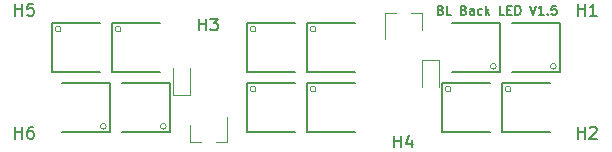
<source format=gbr>
G04 #@! TF.GenerationSoftware,KiCad,Pcbnew,(5.1.4)-1*
G04 #@! TF.CreationDate,2020-08-30T22:03:12-07:00*
G04 #@! TF.ProjectId,SkateLightBackLEDBoard,536b6174-654c-4696-9768-744261636b4c,rev?*
G04 #@! TF.SameCoordinates,Original*
G04 #@! TF.FileFunction,Legend,Top*
G04 #@! TF.FilePolarity,Positive*
%FSLAX46Y46*%
G04 Gerber Fmt 4.6, Leading zero omitted, Abs format (unit mm)*
G04 Created by KiCad (PCBNEW (5.1.4)-1) date 2020-08-30 22:03:12*
%MOMM*%
%LPD*%
G04 APERTURE LIST*
%ADD10C,0.127000*%
%ADD11C,0.200000*%
%ADD12C,0.120000*%
%ADD13C,0.100000*%
%ADD14C,0.150000*%
G04 APERTURE END LIST*
D10*
X11446571Y5724428D02*
X11555428Y5688142D01*
X11591714Y5651857D01*
X11628000Y5579285D01*
X11628000Y5470428D01*
X11591714Y5397857D01*
X11555428Y5361571D01*
X11482857Y5325285D01*
X11192571Y5325285D01*
X11192571Y6087285D01*
X11446571Y6087285D01*
X11519142Y6051000D01*
X11555428Y6014714D01*
X11591714Y5942142D01*
X11591714Y5869571D01*
X11555428Y5797000D01*
X11519142Y5760714D01*
X11446571Y5724428D01*
X11192571Y5724428D01*
X12317428Y5325285D02*
X11954571Y5325285D01*
X11954571Y6087285D01*
X13406000Y5724428D02*
X13514857Y5688142D01*
X13551142Y5651857D01*
X13587428Y5579285D01*
X13587428Y5470428D01*
X13551142Y5397857D01*
X13514857Y5361571D01*
X13442285Y5325285D01*
X13152000Y5325285D01*
X13152000Y6087285D01*
X13406000Y6087285D01*
X13478571Y6051000D01*
X13514857Y6014714D01*
X13551142Y5942142D01*
X13551142Y5869571D01*
X13514857Y5797000D01*
X13478571Y5760714D01*
X13406000Y5724428D01*
X13152000Y5724428D01*
X14240571Y5325285D02*
X14240571Y5724428D01*
X14204285Y5797000D01*
X14131714Y5833285D01*
X13986571Y5833285D01*
X13914000Y5797000D01*
X14240571Y5361571D02*
X14168000Y5325285D01*
X13986571Y5325285D01*
X13914000Y5361571D01*
X13877714Y5434142D01*
X13877714Y5506714D01*
X13914000Y5579285D01*
X13986571Y5615571D01*
X14168000Y5615571D01*
X14240571Y5651857D01*
X14930000Y5361571D02*
X14857428Y5325285D01*
X14712285Y5325285D01*
X14639714Y5361571D01*
X14603428Y5397857D01*
X14567142Y5470428D01*
X14567142Y5688142D01*
X14603428Y5760714D01*
X14639714Y5797000D01*
X14712285Y5833285D01*
X14857428Y5833285D01*
X14930000Y5797000D01*
X15256571Y5325285D02*
X15256571Y6087285D01*
X15329142Y5615571D02*
X15546857Y5325285D01*
X15546857Y5833285D02*
X15256571Y5543000D01*
X16816857Y5325285D02*
X16454000Y5325285D01*
X16454000Y6087285D01*
X17070857Y5724428D02*
X17324857Y5724428D01*
X17433714Y5325285D02*
X17070857Y5325285D01*
X17070857Y6087285D01*
X17433714Y6087285D01*
X17760285Y5325285D02*
X17760285Y6087285D01*
X17941714Y6087285D01*
X18050571Y6051000D01*
X18123142Y5978428D01*
X18159428Y5905857D01*
X18195714Y5760714D01*
X18195714Y5651857D01*
X18159428Y5506714D01*
X18123142Y5434142D01*
X18050571Y5361571D01*
X17941714Y5325285D01*
X17760285Y5325285D01*
X18994000Y6087285D02*
X19248000Y5325285D01*
X19502000Y6087285D01*
X20155142Y5325285D02*
X19719714Y5325285D01*
X19937428Y5325285D02*
X19937428Y6087285D01*
X19864857Y5978428D01*
X19792285Y5905857D01*
X19719714Y5869571D01*
X20481714Y5397857D02*
X20518000Y5361571D01*
X20481714Y5325285D01*
X20445428Y5361571D01*
X20481714Y5397857D01*
X20481714Y5325285D01*
X21207428Y6087285D02*
X20844571Y6087285D01*
X20808285Y5724428D01*
X20844571Y5760714D01*
X20917142Y5797000D01*
X21098571Y5797000D01*
X21171142Y5760714D01*
X21207428Y5724428D01*
X21243714Y5651857D01*
X21243714Y5470428D01*
X21207428Y5397857D01*
X21171142Y5361571D01*
X21098571Y5325285D01*
X20917142Y5325285D01*
X20844571Y5361571D01*
X20808285Y5397857D01*
D11*
X-17450000Y4615000D02*
X-21500000Y4615000D01*
X-21500000Y4615000D02*
X-21500000Y465000D01*
X-21500000Y465000D02*
X-17450000Y465000D01*
D12*
X-20715869Y4110000D02*
G75*
G03X-20715869Y4110000I-244131J0D01*
G01*
X9806000Y1485000D02*
X9806000Y-800000D01*
X11276000Y1485000D02*
X9806000Y1485000D01*
X11276000Y-800000D02*
X11276000Y1485000D01*
X9835000Y5459000D02*
X9835000Y3999000D01*
X6675000Y5459000D02*
X6675000Y3299000D01*
X6675000Y5459000D02*
X7605000Y5459000D01*
X9835000Y5459000D02*
X8905000Y5459000D01*
X-9835000Y-5459000D02*
X-9835000Y-3999000D01*
X-6675000Y-5459000D02*
X-6675000Y-3299000D01*
X-6675000Y-5459000D02*
X-7605000Y-5459000D01*
X-9835000Y-5459000D02*
X-8905000Y-5459000D01*
D13*
X-5510660Y-106440D02*
G75*
G03X-5510660Y-106440I-50000J0D01*
G01*
X-6526660Y-106440D02*
G75*
G03X-6526660Y-106440I-50000J0D01*
G01*
D12*
X-9806000Y-1485000D02*
X-9806000Y800000D01*
X-11276000Y-1485000D02*
X-9806000Y-1485000D01*
X-11276000Y800000D02*
X-11276000Y-1485000D01*
X-11815869Y-4110000D02*
G75*
G03X-11815869Y-4110000I-244131J0D01*
G01*
D11*
X-11520000Y-465000D02*
X-15570000Y-465000D01*
X-11520000Y-4615000D02*
X-11520000Y-465000D01*
X-15570000Y-4615000D02*
X-11520000Y-4615000D01*
X-20650000Y-4615000D02*
X-16600000Y-4615000D01*
X-16600000Y-4615000D02*
X-16600000Y-465000D01*
X-16600000Y-465000D02*
X-20650000Y-465000D01*
D12*
X-16895869Y-4110000D02*
G75*
G03X-16895869Y-4110000I-244131J0D01*
G01*
X-15635869Y4110000D02*
G75*
G03X-15635869Y4110000I-244131J0D01*
G01*
D11*
X-16420000Y465000D02*
X-12370000Y465000D01*
X-16420000Y4615000D02*
X-16420000Y465000D01*
X-12370000Y4615000D02*
X-16420000Y4615000D01*
D12*
X-4205869Y4110000D02*
G75*
G03X-4205869Y4110000I-244131J0D01*
G01*
D11*
X-4990000Y465000D02*
X-940000Y465000D01*
X-4990000Y4615000D02*
X-4990000Y465000D01*
X-940000Y4615000D02*
X-4990000Y4615000D01*
X4140000Y4615000D02*
X90000Y4615000D01*
X90000Y4615000D02*
X90000Y465000D01*
X90000Y465000D02*
X4140000Y465000D01*
D12*
X874131Y4110000D02*
G75*
G03X874131Y4110000I-244131J0D01*
G01*
X-4205869Y-970000D02*
G75*
G03X-4205869Y-970000I-244131J0D01*
G01*
D11*
X-4990000Y-4615000D02*
X-940000Y-4615000D01*
X-4990000Y-465000D02*
X-4990000Y-4615000D01*
X-940000Y-465000D02*
X-4990000Y-465000D01*
D12*
X874131Y-970000D02*
G75*
G03X874131Y-970000I-244131J0D01*
G01*
D11*
X90000Y-4615000D02*
X4140000Y-4615000D01*
X90000Y-465000D02*
X90000Y-4615000D01*
X4140000Y-465000D02*
X90000Y-465000D01*
X15570000Y-465000D02*
X11520000Y-465000D01*
X11520000Y-465000D02*
X11520000Y-4615000D01*
X11520000Y-4615000D02*
X15570000Y-4615000D01*
D12*
X12304131Y-970000D02*
G75*
G03X12304131Y-970000I-244131J0D01*
G01*
D11*
X20650000Y-465000D02*
X16600000Y-465000D01*
X16600000Y-465000D02*
X16600000Y-4615000D01*
X16600000Y-4615000D02*
X20650000Y-4615000D01*
D12*
X17384131Y-970000D02*
G75*
G03X17384131Y-970000I-244131J0D01*
G01*
X21204131Y970000D02*
G75*
G03X21204131Y970000I-244131J0D01*
G01*
D11*
X21500000Y4615000D02*
X17450000Y4615000D01*
X21500000Y465000D02*
X21500000Y4615000D01*
X17450000Y465000D02*
X21500000Y465000D01*
X12370000Y465000D02*
X16420000Y465000D01*
X16420000Y465000D02*
X16420000Y4615000D01*
X16420000Y4615000D02*
X12370000Y4615000D01*
D12*
X16124131Y970000D02*
G75*
G03X16124131Y970000I-244131J0D01*
G01*
D14*
X7493095Y-5905380D02*
X7493095Y-4905380D01*
X7493095Y-5381571D02*
X8064523Y-5381571D01*
X8064523Y-5905380D02*
X8064523Y-4905380D01*
X8969285Y-5238714D02*
X8969285Y-5905380D01*
X8731190Y-4857761D02*
X8493095Y-5572047D01*
X9112142Y-5572047D01*
X-9016904Y4000619D02*
X-9016904Y5000619D01*
X-9016904Y4524428D02*
X-8445476Y4524428D01*
X-8445476Y4000619D02*
X-8445476Y5000619D01*
X-8064523Y5000619D02*
X-7445476Y5000619D01*
X-7778809Y4619666D01*
X-7635952Y4619666D01*
X-7540714Y4572047D01*
X-7493095Y4524428D01*
X-7445476Y4429190D01*
X-7445476Y4191095D01*
X-7493095Y4095857D01*
X-7540714Y4048238D01*
X-7635952Y4000619D01*
X-7921666Y4000619D01*
X-8016904Y4048238D01*
X-8064523Y4095857D01*
X23050595Y5254619D02*
X23050595Y6254619D01*
X23050595Y5778428D02*
X23622023Y5778428D01*
X23622023Y5254619D02*
X23622023Y6254619D01*
X24622023Y5254619D02*
X24050595Y5254619D01*
X24336309Y5254619D02*
X24336309Y6254619D01*
X24241071Y6111761D01*
X24145833Y6016523D01*
X24050595Y5968904D01*
X23050595Y-5159380D02*
X23050595Y-4159380D01*
X23050595Y-4635571D02*
X23622023Y-4635571D01*
X23622023Y-5159380D02*
X23622023Y-4159380D01*
X24050595Y-4254619D02*
X24098214Y-4207000D01*
X24193452Y-4159380D01*
X24431547Y-4159380D01*
X24526785Y-4207000D01*
X24574404Y-4254619D01*
X24622023Y-4349857D01*
X24622023Y-4445095D01*
X24574404Y-4587952D01*
X24002976Y-5159380D01*
X24622023Y-5159380D01*
X-24574404Y5254619D02*
X-24574404Y6254619D01*
X-24574404Y5778428D02*
X-24002976Y5778428D01*
X-24002976Y5254619D02*
X-24002976Y6254619D01*
X-23050595Y6254619D02*
X-23526785Y6254619D01*
X-23574404Y5778428D01*
X-23526785Y5826047D01*
X-23431547Y5873666D01*
X-23193452Y5873666D01*
X-23098214Y5826047D01*
X-23050595Y5778428D01*
X-23002976Y5683190D01*
X-23002976Y5445095D01*
X-23050595Y5349857D01*
X-23098214Y5302238D01*
X-23193452Y5254619D01*
X-23431547Y5254619D01*
X-23526785Y5302238D01*
X-23574404Y5349857D01*
X-24574404Y-5159380D02*
X-24574404Y-4159380D01*
X-24574404Y-4635571D02*
X-24002976Y-4635571D01*
X-24002976Y-5159380D02*
X-24002976Y-4159380D01*
X-23098214Y-4159380D02*
X-23288690Y-4159380D01*
X-23383928Y-4207000D01*
X-23431547Y-4254619D01*
X-23526785Y-4397476D01*
X-23574404Y-4587952D01*
X-23574404Y-4968904D01*
X-23526785Y-5064142D01*
X-23479166Y-5111761D01*
X-23383928Y-5159380D01*
X-23193452Y-5159380D01*
X-23098214Y-5111761D01*
X-23050595Y-5064142D01*
X-23002976Y-4968904D01*
X-23002976Y-4730809D01*
X-23050595Y-4635571D01*
X-23098214Y-4587952D01*
X-23193452Y-4540333D01*
X-23383928Y-4540333D01*
X-23479166Y-4587952D01*
X-23526785Y-4635571D01*
X-23574404Y-4730809D01*
M02*

</source>
